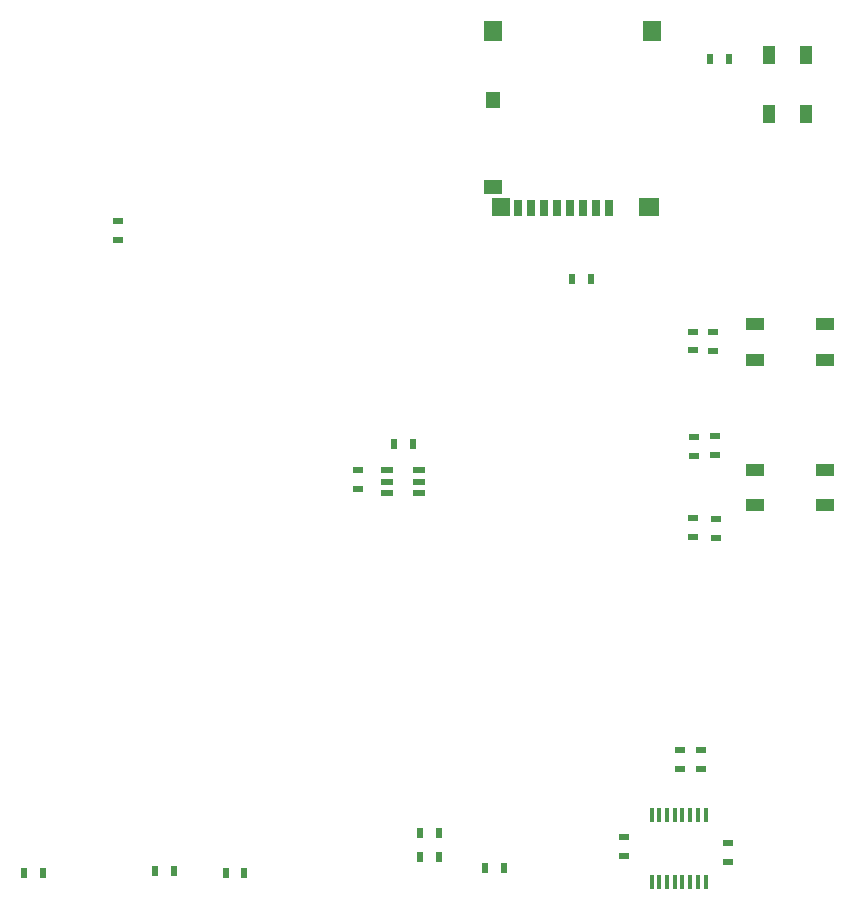
<source format=gtp>
G04*
G04 #@! TF.GenerationSoftware,Altium Limited,Altium Designer,21.6.4 (81)*
G04*
G04 Layer_Color=8421504*
%FSLAX44Y44*%
%MOMM*%
G71*
G04*
G04 #@! TF.SameCoordinates,B6620421-005C-40FD-BBE8-42AC4C8AC442*
G04*
G04*
G04 #@! TF.FilePolarity,Positive*
G04*
G01*
G75*
%ADD17R,0.6000X0.9500*%
%ADD18R,0.9500X0.6000*%
%ADD19R,1.0000X0.5000*%
%ADD20O,0.4000X1.2000*%
%ADD21R,1.5000X1.3000*%
%ADD22R,1.5000X1.7000*%
%ADD23R,1.2000X1.4000*%
%ADD24R,1.7000X1.5000*%
%ADD25R,1.6000X1.5000*%
%ADD26R,0.8000X1.4000*%
%ADD27R,1.0000X1.5000*%
%ADD28R,1.5500X1.0000*%
D17*
X655514Y637540D02*
D03*
X671514D02*
D03*
X542670Y168910D02*
D03*
X526670D02*
D03*
X527178Y148590D02*
D03*
X543178D02*
D03*
X597788Y138938D02*
D03*
X581788D02*
D03*
X362156Y134366D02*
D03*
X378156D02*
D03*
X504826Y498348D02*
D03*
X520826D02*
D03*
X772416Y823976D02*
D03*
X788416D02*
D03*
X318134Y136144D02*
D03*
X302134D02*
D03*
X207390Y134366D02*
D03*
X191390D02*
D03*
D18*
X699262Y149480D02*
D03*
Y165480D02*
D03*
X764286Y238886D02*
D03*
Y222886D02*
D03*
X747268Y238632D02*
D03*
Y222632D02*
D03*
X271272Y670434D02*
D03*
Y686434D02*
D03*
X787400Y159764D02*
D03*
Y143764D02*
D03*
X474472Y475662D02*
D03*
Y459662D02*
D03*
X757686Y419266D02*
D03*
Y435266D02*
D03*
X777122Y418592D02*
D03*
Y434592D02*
D03*
X776165Y488648D02*
D03*
Y504648D02*
D03*
X758415Y504148D02*
D03*
Y488148D02*
D03*
X758081Y577144D02*
D03*
Y593144D02*
D03*
X774678Y592961D02*
D03*
Y576961D02*
D03*
D19*
X498636Y475618D02*
D03*
Y466118D02*
D03*
Y456618D02*
D03*
X525636D02*
D03*
Y466118D02*
D03*
Y475618D02*
D03*
D20*
X722994Y126948D02*
D03*
X729494D02*
D03*
X735994D02*
D03*
X742494D02*
D03*
X748994D02*
D03*
X755494D02*
D03*
X761994D02*
D03*
X768494D02*
D03*
X722994Y183948D02*
D03*
X729494D02*
D03*
X735994D02*
D03*
X742494D02*
D03*
X748994D02*
D03*
X755494D02*
D03*
X761994D02*
D03*
X768494D02*
D03*
D21*
X588518Y715432D02*
D03*
D22*
X723518Y847432D02*
D03*
X588518D02*
D03*
D23*
Y789432D02*
D03*
D24*
X721018Y698932D02*
D03*
D25*
X595018D02*
D03*
D26*
X687018Y697932D02*
D03*
X676018D02*
D03*
X665018D02*
D03*
X654018D02*
D03*
X643018D02*
D03*
X632018D02*
D03*
X621018D02*
D03*
X610018D02*
D03*
D27*
X853946Y827640D02*
D03*
X821946D02*
D03*
Y777640D02*
D03*
X853946D02*
D03*
D28*
X869732Y599200D02*
D03*
X810732D02*
D03*
Y569200D02*
D03*
X869732D02*
D03*
X869296Y476293D02*
D03*
X810296D02*
D03*
Y446293D02*
D03*
X869296D02*
D03*
M02*

</source>
